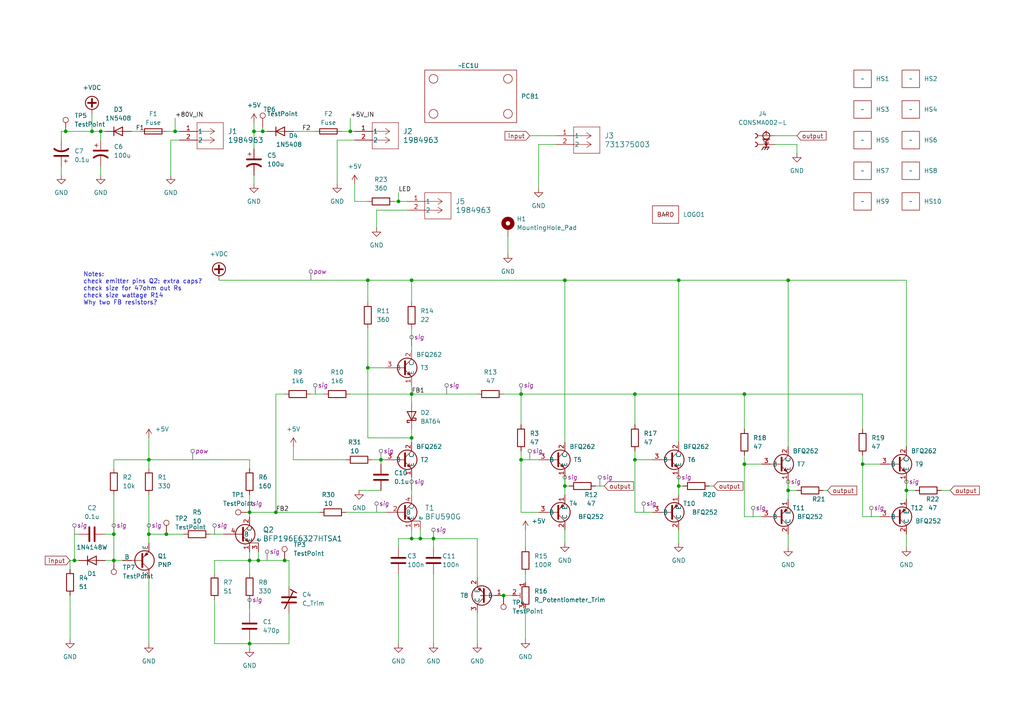
<source format=kicad_sch>
(kicad_sch (version 20230121) (generator eeschema)
  (paper "A4")
  (lib_symbols
    (symbol "1_my_custom_sym_library:PCB_Symbol"
      (property "Reference" "PCB" (at 0 0 0))
    )
    (symbol "Connector:TestPoint" (pin_numbers hide) (pin_names (offset 0.762) hide)
      (property "Reference" "TP" (at 0 6.858 0))
      (property "Value" "TestPoint" (at 0 5.08 0))
      (symbol "TestPoint_1_1"
        (pin passive line (at 0 0 90) (length 2.54) (name "1") (number "1"))
      )
    )
    (symbol "Device:C" (pin_numbers hide) (pin_names (offset 0.254))
      (property "Reference" "C" (at 0.635 2.54 0))
      (property "Value" "C" (at 0.635 -2.54 0))
      (symbol "C_1_1"
        (pin passive line (at 0 3.81 270) (length 2.794) (name "~") (number "1"))
        (pin passive line (at 0 -3.81 90) (length 2.794) (name "~") (number "2"))
      )
    )
    (symbol "Device:C_Polarized_US" (pin_numbers hide) (pin_names (offset 0.254) hide)
      (property "Reference" "C" (at 0.635 2.54 0))
      (property "Value" "C_Polarized_US" (at 0.635 -2.54 0))
      (symbol "C_Polarized_US_1_1"
        (pin passive line (at 0 3.81 270) (length 2.794) (name "~") (number "1"))
        (pin passive line (at 0 -3.81 90) (length 3.302) (name "~") (number "2"))
      )
    )
    (symbol "Device:C_Trim" (pin_numbers hide) (pin_names (offset 0.254) hide)
      (property "Reference" "C" (at 1.524 -2.032 0))
      (property "Value" "C_Trim" (at 3.048 -3.556 0))
      (symbol "C_Trim_1_1"
        (pin passive line (at 0 3.81 270) (length 3.048) (name "~") (number "1"))
        (pin passive line (at 0 -3.81 90) (length 3.048) (name "~") (number "2"))
      )
    )
    (symbol "Device:D_Schottky" (pin_numbers hide) (pin_names (offset 1.016) hide)
      (property "Reference" "D2" (at 0.9525 -2.54 90))
      (property "Value" "BAT64" (at -1.5875 -2.54 90))
      (symbol "D_Schottky_1_1"
        (pin passive line (at 3.81 0 180) (length 2.54) (name "A") (number "1"))
        (pin passive line (at -3.81 0 0) (length 2.54) (name "K") (number "3"))
      )
    )
    (symbol "Device:Fuse" (pin_numbers hide) (pin_names (offset 0))
      (property "Reference" "F" (at 2.032 0 90))
      (property "Value" "Fuse" (at -1.905 0 90))
      (symbol "Fuse_1_1"
        (pin passive line (at 0 3.81 270) (length 1.27) (name "~") (number "1"))
        (pin passive line (at 0 -3.81 90) (length 1.27) (name "~") (number "2"))
      )
    )
    (symbol "Device:R" (pin_numbers hide) (pin_names (offset 0))
      (property "Reference" "R" (at 2.032 0 90))
      (property "Value" "R" (at 0 0 90))
      (symbol "R_1_1"
        (pin passive line (at 0 3.81 270) (length 1.27) (name "~") (number "1"))
        (pin passive line (at 0 -3.81 90) (length 1.27) (name "~") (number "2"))
      )
    )
    (symbol "Device:R_Potentiometer_Trim" (pin_names (offset 1.016) hide)
      (property "Reference" "RV" (at -4.445 0 90))
      (property "Value" "R_Potentiometer_Trim" (at -2.54 0 90))
      (symbol "R_Potentiometer_Trim_1_1"
        (pin passive line (at 0 3.81 270) (length 1.27) (name "1") (number "1"))
        (pin passive line (at 3.81 0 180) (length 1.27) (name "2") (number "2"))
        (pin passive line (at 0 -3.81 90) (length 1.27) (name "3") (number "3"))
      )
    )
    (symbol "Diode:1N4148W" (pin_numbers hide) (pin_names hide)
      (property "Reference" "D" (at 0 2.54 0))
      (property "Value" "1N4148W" (at 0 -2.54 0))
      (symbol "1N4148W_1_1"
        (pin passive line (at -3.81 0 0) (length 2.54) (name "K") (number "1"))
        (pin passive line (at 3.81 0 180) (length 2.54) (name "A") (number "2"))
      )
    )
    (symbol "Diode:1N5408" (pin_numbers hide) (pin_names hide)
      (property "Reference" "D" (at 0 2.54 0))
      (property "Value" "1N5408" (at 0 -2.54 0))
      (symbol "1N5408_1_1"
        (pin passive line (at -3.81 0 0) (length 2.54) (name "K") (number "1"))
        (pin passive line (at 3.81 0 180) (length 2.54) (name "A") (number "2"))
      )
    )
    (symbol "Mechanical:MountingHole_Pad" (pin_numbers hide) (pin_names (offset 1.016) hide)
      (property "Reference" "H" (at 0 6.35 0))
      (property "Value" "MountingHole_Pad" (at 0 4.445 0))
      (symbol "MountingHole_Pad_1_1"
        (pin input line (at 0 -2.54 90) (length 2.54) (name "1") (number "1"))
      )
    )
    (symbol "New_Library:1984963" (pin_names (offset 0.254))
      (property "Reference" "J" (at 8.89 6.35 0))
      (property "Value" "1984963" (at 0 0 0))
      (symbol "1984963_0_1"
        (pin unspecified line (at 0 0 0) (length 5.08) (name "1") (number "1"))
        (pin unspecified line (at 0 -2.54 0) (length 5.08) (name "2") (number "2"))
      )
    )
    (symbol "New_Library:731375003" (pin_names (offset 0.254))
      (property "Reference" "J" (at 8.89 6.35 0))
      (property "Value" "731375003" (at 0 0 0))
      (symbol "731375003_1_1"
        (pin unspecified line (at 0 0 0) (length 5.08) (name "1") (number "1"))
        (pin unspecified line (at 0 -2.54 0) (length 5.08) (name "2") (number "2"))
      )
      (symbol "731375003_1_2"
        (pin unspecified line (at 0 0 0) (length 5.08) (name "1") (number "1"))
        (pin unspecified line (at 0 -2.54 0) (length 5.08) (name "2") (number "2"))
      )
    )
    (symbol "New_Library:ATS-PCB1025"
      (property "Reference" "HS" (at 0 0 0))
    )
    (symbol "New_Library:BARD_LOGO"
      (property "Reference" "LOGO" (at 0 0 0))
      (symbol "BARD_LOGO_1_1"
        (text "BARD\n" (at 0 0 0) (effects (font (size 1.27 1.27))))
      )
    )
    (symbol "New_Library:BFP196E6327HTSA1" (pin_names (offset 0.254))
      (property "Reference" "Q2" (at 5.08 1.27 0))
      (property "Value" "BFP196E6327HTSA1" (at 5.08 -1.27 0))
      (symbol "BFP196E6327HTSA1_1_1"
        (pin passive line (at 1.27 -5.08 90) (length 2.54) (name "E") (number "1"))
        (pin passive line (at 1.27 5.08 270) (length 2.54) (name "C") (number "2"))
        (pin passive line (at 3.81 -5.08 90) (length 2.54) (name "e") (number "3"))
        (pin input line (at -6.35 0 0) (length 5.715) (name "B") (number "4"))
      )
    )
    (symbol "New_Library:BFQ252"
      (property "Reference" "T" (at 0 0 0))
      (symbol "BFQ252_1_1"
        (pin open_emitter line (at 1.27 -5.08 90) (length 2.54) (name "E") (number "1"))
        (pin open_collector line (at 1.27 5.08 270) (length 2.54) (name "C") (number "2"))
        (pin input line (at -6.35 0 0) (length 2.54) (name "B") (number "3"))
      )
    )
    (symbol "New_Library:BFQ262"
      (property "Reference" "T" (at 0 0 0))
      (symbol "BFQ262_1_1"
        (pin open_emitter line (at 1.27 -5.08 90) (length 2.54) (name "E") (number "1"))
        (pin open_collector line (at 1.27 5.08 270) (length 2.54) (name "C") (number "2"))
        (pin input line (at -6.35 0 0) (length 2.54) (name "B") (number "3"))
      )
    )
    (symbol "New_Library:BFU590G" (pin_names (offset 0.254))
      (property "Reference" "Q" (at -8.89 8.89 0))
      (property "Value" "BFU590G" (at -7.62 5.08 0))
      (symbol "BFU590G_1_1"
        (pin passive line (at 1.27 -5.08 90) (length 2.54) (name "E") (number "1"))
        (pin input line (at -6.35 0 0) (length 5.715) (name "B") (number "2"))
        (pin passive line (at 3.81 -5.08 90) (length 2.54) (name "e") (number "3"))
        (pin passive line (at 1.27 5.08 270) (length 2.54) (name "C") (number "4"))
      )
    )
    (symbol "New_Library:CONSMA002-L" (pin_names (offset 1.016))
      (property "Reference" "J" (at -3.81 1.524 0))
      (property "Value" "CONSMA002-L" (at -4.064 -6.858 0))
      (symbol "CONSMA002-L_0_0"
        (pin passive line (at 2.54 0 180) (length 5.08) (name "~") (number "1"))
        (pin passive line (at 2.54 -2.54 180) (length 5.08) (name "~") (number "S1"))
      )
    )
    (symbol "New_Library:PMBT2907A"
      (property "Reference" "Q" (at 0 0 0))
      (symbol "PMBT2907A_1_1"
        (pin input line (at -6.35 0 0) (length 2.54) (name "B") (number "1"))
        (pin open_emitter line (at 1.27 -5.08 90) (length 2.54) (name "E") (number "2"))
        (pin open_collector line (at 1.27 5.08 270) (length 2.54) (name "C") (number "3"))
      )
    )
    (symbol "Simulation_SPICE:PNP" (pin_numbers hide) (pin_names (offset 0))
      (property "Reference" "Q" (at -2.54 7.62 0))
      (property "Value" "PNP" (at -2.54 5.08 0))
      (symbol "PNP_1_1"
        (pin open_collector line (at 2.54 5.08 270) (length 2.54) (name "C") (number "1"))
        (pin input line (at -5.08 0 0) (length 2.54) (name "B") (number "2"))
        (pin open_emitter line (at 2.54 -5.08 90) (length 2.54) (name "E") (number "3"))
      )
    )
    (symbol "power:+5V" (power) (pin_names (offset 0))
      (property "Value" "+5V" (at 0 3.556 0))
      (symbol "+5V_1_1"
        (pin power_in line (at 0 0 90) (length 0) hide (name "+5V") (number "1"))
      )
    )
    (symbol "power:+VDC" (power) (pin_names (offset 0))
      (property "Value" "+VDC" (at 0 6.35 0))
      (symbol "+VDC_1_1"
        (pin power_in line (at 0 0 90) (length 0) hide (name "+VDC") (number "1"))
      )
    )
    (symbol "power:GND" (power) (pin_names (offset 0))
      (property "Value" "GND" (at 0 -3.81 0))
      (symbol "GND_1_1"
        (pin power_in line (at 0 0 270) (length 0) hide (name "GND") (number "1"))
      )
    )
  )
  (junction (at 215.9 134.62))
  (junction (at 119.38 81.28))
  (junction (at 184.15 114.3))
  (junction (at 74.93 162.56))
  (junction (at 163.83 81.28))
  (junction (at 115.57 58.42))
  (junction (at 73.66 38.1))
  (junction (at 196.85 140.97))
  (junction (at 250.19 134.62))
  (junction (at 72.39 186.69))
  (junction (at 26.67 38.1))
  (junction (at 184.15 133.35))
  (junction (at 106.68 81.28))
  (junction (at 48.26 154.94))
  (junction (at 101.6 38.1))
  (junction (at 50.8 38.1))
  (junction (at 72.39 148.59))
  (junction (at 163.83 140.97))
  (junction (at 151.13 133.35))
  (junction (at 43.18 154.94))
  (junction (at 119.38 114.3))
  (junction (at 151.13 114.3))
  (junction (at 146.05 172.72))
  (junction (at 106.68 106.68))
  (junction (at 121.92 156.21))
  (junction (at 80.01 148.59))
  (junction (at 19.05 38.1))
  (junction (at 82.55 162.56))
  (junction (at 43.18 133.35))
  (junction (at 125.73 156.21))
  (junction (at 21.59 162.56))
  (junction (at 119.38 127))
  (junction (at 76.2 38.1))
  (junction (at 262.89 142.24))
  (junction (at 33.02 154.94))
  (junction (at 196.85 81.28))
  (junction (at 215.9 114.3))
  (junction (at 29.21 38.1))
  (junction (at 33.02 162.56))
  (junction (at 228.6 142.24))
  (junction (at 110.49 133.35))
  (junction (at 228.6 81.28))
  (junction (at 72.39 162.56))
  (junction (at 119.38 156.21))
  (wire (pts (xy 262.89 139.7) (xy 262.89 142.24)))
  (wire (pts (xy 106.68 106.68) (xy 111.76 106.68)))
  (wire (pts (xy 101.6 38.1) (xy 102.87 38.1)))
  (wire (pts (xy 90.17 114.3) (xy 93.98 114.3)))
  (wire (pts (xy 119.38 156.21) (xy 121.92 156.21)))
  (wire (pts (xy 72.39 148.59) (xy 80.01 148.59)))
  (wire (pts (xy 48.26 154.94) (xy 53.34 154.94)))
  (wire (pts (xy 262.89 142.24) (xy 262.89 144.78)))
  (wire (pts (xy 172.72 140.97) (xy 175.26 140.97)))
  (wire (pts (xy 17.78 38.1) (xy 19.05 38.1)))
  (wire (pts (xy 49.53 40.64) (xy 49.53 50.8)))
  (wire (pts (xy 119.38 138.43) (xy 119.38 143.51)))
  (wire (pts (xy 273.05 142.24) (xy 275.59 142.24)))
  (wire (pts (xy 119.38 111.76) (xy 119.38 114.3)))
  (wire (pts (xy 29.21 38.1) (xy 29.21 40.64)))
  (wire (pts (xy 125.73 156.21) (xy 138.43 156.21)))
  (wire (pts (xy 83.82 177.8) (xy 83.82 186.69)))
  (wire (pts (xy 250.19 134.62) (xy 250.19 149.86)))
  (wire (pts (xy 107.95 133.35) (xy 110.49 133.35)))
  (wire (pts (xy 250.19 134.62) (xy 255.27 134.62)))
  (wire (pts (xy 20.32 162.56) (xy 21.59 162.56)))
  (wire (pts (xy 146.05 114.3) (xy 151.13 114.3)))
  (wire (pts (xy 80.01 114.3) (xy 80.01 148.59)))
  (wire (pts (xy 119.38 114.3) (xy 119.38 116.84)))
  (wire (pts (xy 119.38 95.25) (xy 119.38 101.6)))
  (wire (pts (xy 82.55 114.3) (xy 80.01 114.3)))
  (wire (pts (xy 109.22 60.96) (xy 109.22 66.04)))
  (wire (pts (xy 196.85 81.28) (xy 196.85 128.27)))
  (wire (pts (xy 30.48 162.56) (xy 33.02 162.56)))
  (wire (pts (xy 109.22 60.96) (xy 118.11 60.96)))
  (wire (pts (xy 60.96 154.94) (xy 64.77 154.94)))
  (wire (pts (xy 184.15 114.3) (xy 215.9 114.3)))
  (wire (pts (xy 106.68 95.25) (xy 106.68 106.68)))
  (wire (pts (xy 215.9 149.86) (xy 220.98 149.86)))
  (wire (pts (xy 196.85 140.97) (xy 196.85 143.51)))
  (wire (pts (xy 74.93 160.02) (xy 74.93 162.56)))
  (wire (pts (xy 262.89 81.28) (xy 262.89 129.54)))
  (wire (pts (xy 196.85 81.28) (xy 228.6 81.28)))
  (wire (pts (xy 101.6 34.29) (xy 101.6 38.1)))
  (wire (pts (xy 184.15 130.81) (xy 184.15 133.35)))
  (wire (pts (xy 97.79 40.64) (xy 97.79 53.34)))
  (wire (pts (xy 106.68 127) (xy 119.38 127)))
  (wire (pts (xy 17.78 48.26) (xy 17.78 50.8)))
  (wire (pts (xy 125.73 166.37) (xy 125.73 186.69)))
  (wire (pts (xy 121.92 153.67) (xy 121.92 156.21)))
  (wire (pts (xy 19.05 38.1) (xy 26.67 38.1)))
  (wire (pts (xy 228.6 139.7) (xy 228.6 142.24)))
  (wire (pts (xy 151.13 133.35) (xy 151.13 148.59)))
  (wire (pts (xy 215.9 134.62) (xy 215.9 149.86)))
  (wire (pts (xy 119.38 156.21) (xy 115.57 156.21)))
  (wire (pts (xy 152.4 166.37) (xy 152.4 168.91)))
  (wire (pts (xy 43.18 167.64) (xy 43.18 186.69)))
  (wire (pts (xy 50.8 34.29) (xy 50.8 38.1)))
  (wire (pts (xy 72.39 160.02) (xy 72.39 162.56)))
  (wire (pts (xy 152.4 176.53) (xy 152.4 185.42)))
  (wire (pts (xy 196.85 138.43) (xy 196.85 140.97)))
  (wire (pts (xy 106.68 106.68) (xy 106.68 127)))
  (wire (pts (xy 30.48 154.94) (xy 33.02 154.94)))
  (wire (pts (xy 62.23 186.69) (xy 62.23 173.99)))
  (wire (pts (xy 85.09 38.1) (xy 91.44 38.1)))
  (wire (pts (xy 72.39 173.99) (xy 72.39 177.8)))
  (wire (pts (xy 20.32 165.1) (xy 20.32 162.56)))
  (wire (pts (xy 119.38 114.3) (xy 138.43 114.3)))
  (wire (pts (xy 43.18 143.51) (xy 43.18 154.94)))
  (wire (pts (xy 83.82 186.69) (xy 72.39 186.69)))
  (wire (pts (xy 62.23 162.56) (xy 72.39 162.56)))
  (wire (pts (xy 215.9 134.62) (xy 220.98 134.62)))
  (wire (pts (xy 83.82 162.56) (xy 83.82 170.18)))
  (wire (pts (xy 228.6 81.28) (xy 262.89 81.28)))
  (wire (pts (xy 43.18 154.94) (xy 43.18 157.48)))
  (wire (pts (xy 72.39 148.59) (xy 72.39 149.86)))
  (wire (pts (xy 163.83 138.43) (xy 163.83 140.97)))
  (wire (pts (xy 228.6 81.28) (xy 228.6 129.54)))
  (wire (pts (xy 102.87 53.34) (xy 102.87 58.42)))
  (wire (pts (xy 26.67 38.1) (xy 29.21 38.1)))
  (wire (pts (xy 121.92 156.21) (xy 125.73 156.21)))
  (wire (pts (xy 104.14 142.24) (xy 110.49 142.24)))
  (wire (pts (xy 250.19 149.86) (xy 255.27 149.86)))
  (wire (pts (xy 76.2 36.83) (xy 76.2 38.1)))
  (wire (pts (xy 82.55 162.56) (xy 83.82 162.56)))
  (wire (pts (xy 262.89 142.24) (xy 265.43 142.24)))
  (wire (pts (xy 147.32 68.58) (xy 147.32 73.66)))
  (wire (pts (xy 110.49 133.35) (xy 111.76 133.35)))
  (wire (pts (xy 250.19 114.3) (xy 250.19 124.46)))
  (wire (pts (xy 73.66 38.1) (xy 76.2 38.1)))
  (wire (pts (xy 151.13 133.35) (xy 156.21 133.35)))
  (wire (pts (xy 231.14 41.91) (xy 231.14 44.45)))
  (wire (pts (xy 62.23 166.37) (xy 62.23 162.56)))
  (wire (pts (xy 115.57 156.21) (xy 115.57 158.75)))
  (wire (pts (xy 119.38 124.46) (xy 119.38 127)))
  (wire (pts (xy 163.83 140.97) (xy 165.1 140.97)))
  (wire (pts (xy 184.15 114.3) (xy 184.15 123.19)))
  (wire (pts (xy 100.33 148.59) (xy 111.76 148.59)))
  (wire (pts (xy 115.57 166.37) (xy 115.57 186.69)))
  (wire (pts (xy 151.13 114.3) (xy 184.15 114.3)))
  (wire (pts (xy 72.39 133.35) (xy 72.39 135.89)))
  (wire (pts (xy 101.6 114.3) (xy 119.38 114.3)))
  (wire (pts (xy 48.26 38.1) (xy 50.8 38.1)))
  (wire (pts (xy 20.32 172.72) (xy 20.32 185.42)))
  (wire (pts (xy 102.87 58.42) (xy 106.68 58.42)))
  (wire (pts (xy 85.09 133.35) (xy 100.33 133.35)))
  (wire (pts (xy 228.6 142.24) (xy 231.14 142.24)))
  (wire (pts (xy 72.39 186.69) (xy 62.23 186.69)))
  (wire (pts (xy 119.38 153.67) (xy 119.38 156.21)))
  (wire (pts (xy 110.49 133.35) (xy 110.49 134.62)))
  (wire (pts (xy 215.9 114.3) (xy 250.19 114.3)))
  (wire (pts (xy 250.19 132.08) (xy 250.19 134.62)))
  (wire (pts (xy 29.21 48.26) (xy 29.21 50.8)))
  (wire (pts (xy 26.67 33.02) (xy 26.67 38.1)))
  (wire (pts (xy 17.78 38.1) (xy 17.78 40.64)))
  (wire (pts (xy 224.79 41.91) (xy 231.14 41.91)))
  (wire (pts (xy 184.15 133.35) (xy 184.15 148.59)))
  (wire (pts (xy 102.87 40.64) (xy 97.79 40.64)))
  (wire (pts (xy 119.38 81.28) (xy 119.38 87.63)))
  (wire (pts (xy 72.39 185.42) (xy 72.39 186.69)))
  (wire (pts (xy 73.66 38.1) (xy 73.66 43.18)))
  (wire (pts (xy 80.01 148.59) (xy 92.71 148.59)))
  (wire (pts (xy 63.5 81.28) (xy 106.68 81.28)))
  (wire (pts (xy 125.73 158.75) (xy 125.73 156.21)))
  (wire (pts (xy 72.39 162.56) (xy 74.93 162.56)))
  (wire (pts (xy 151.13 114.3) (xy 151.13 123.19)))
  (wire (pts (xy 72.39 186.69) (xy 72.39 187.96)))
  (wire (pts (xy 205.74 140.97) (xy 207.01 140.97)))
  (wire (pts (xy 33.02 135.89) (xy 33.02 133.35)))
  (wire (pts (xy 151.13 130.81) (xy 151.13 133.35)))
  (wire (pts (xy 163.83 140.97) (xy 163.83 143.51)))
  (wire (pts (xy 106.68 81.28) (xy 106.68 87.63)))
  (wire (pts (xy 156.21 41.91) (xy 156.21 54.61)))
  (wire (pts (xy 38.1 38.1) (xy 40.64 38.1)))
  (wire (pts (xy 163.83 81.28) (xy 196.85 81.28)))
  (wire (pts (xy 29.21 38.1) (xy 30.48 38.1)))
  (wire (pts (xy 114.3 58.42) (xy 115.57 58.42)))
  (wire (pts (xy 215.9 114.3) (xy 215.9 124.46)))
  (wire (pts (xy 43.18 127) (xy 43.18 133.35)))
  (wire (pts (xy 161.29 41.91) (xy 156.21 41.91)))
  (wire (pts (xy 33.02 162.56) (xy 35.56 162.56)))
  (wire (pts (xy 163.83 153.67) (xy 163.83 157.48)))
  (wire (pts (xy 33.02 133.35) (xy 43.18 133.35)))
  (wire (pts (xy 196.85 153.67) (xy 196.85 157.48)))
  (wire (pts (xy 50.8 38.1) (xy 52.07 38.1)))
  (wire (pts (xy 228.6 142.24) (xy 228.6 144.78)))
  (wire (pts (xy 151.13 148.59) (xy 156.21 148.59)))
  (wire (pts (xy 74.93 162.56) (xy 82.55 162.56)))
  (wire (pts (xy 224.79 39.37) (xy 231.14 39.37)))
  (wire (pts (xy 138.43 156.21) (xy 138.43 167.64)))
  (wire (pts (xy 33.02 154.94) (xy 33.02 162.56)))
  (wire (pts (xy 49.53 40.64) (xy 52.07 40.64)))
  (wire (pts (xy 184.15 148.59) (xy 189.23 148.59)))
  (wire (pts (xy 152.4 153.67) (xy 152.4 158.75)))
  (wire (pts (xy 85.09 129.54) (xy 85.09 133.35)))
  (wire (pts (xy 119.38 127) (xy 119.38 128.27)))
  (wire (pts (xy 119.38 81.28) (xy 163.83 81.28)))
  (wire (pts (xy 238.76 142.24) (xy 240.03 142.24)))
  (wire (pts (xy 33.02 143.51) (xy 33.02 154.94)))
  (wire (pts (xy 72.39 143.51) (xy 72.39 148.59)))
  (wire (pts (xy 22.86 154.94) (xy 21.59 154.94)))
  (wire (pts (xy 72.39 162.56) (xy 72.39 166.37)))
  (wire (pts (xy 215.9 132.08) (xy 215.9 134.62)))
  (wire (pts (xy 153.67 39.37) (xy 161.29 39.37)))
  (wire (pts (xy 43.18 133.35) (xy 43.18 135.89)))
  (wire (pts (xy 76.2 38.1) (xy 77.47 38.1)))
  (wire (pts (xy 99.06 38.1) (xy 101.6 38.1)))
  (wire (pts (xy 115.57 58.42) (xy 118.11 58.42)))
  (wire (pts (xy 262.89 154.94) (xy 262.89 158.75)))
  (wire (pts (xy 21.59 162.56) (xy 22.86 162.56)))
  (wire (pts (xy 43.18 133.35) (xy 72.39 133.35)))
  (wire (pts (xy 73.66 35.56) (xy 73.66 38.1)))
  (wire (pts (xy 115.57 55.88) (xy 115.57 58.42)))
  (wire (pts (xy 184.15 133.35) (xy 189.23 133.35)))
  (wire (pts (xy 138.43 177.8) (xy 138.43 186.69)))
  (wire (pts (xy 196.85 140.97) (xy 198.12 140.97)))
  (wire (pts (xy 43.18 154.94) (xy 48.26 154.94)))
  (wire (pts (xy 146.05 172.72) (xy 148.59 172.72)))
  (wire (pts (xy 228.6 154.94) (xy 228.6 158.75)))
  (wire (pts (xy 163.83 81.28) (xy 163.83 128.27)))
  (wire (pts (xy 106.68 81.28) (xy 119.38 81.28)))
  (wire (pts (xy 73.66 50.8) (xy 73.66 53.34)))
  (wire (pts (xy 21.59 154.94) (xy 21.59 162.56)))
  (text "Notes:\ncheck emitter pins Q2: extra caps?\ncheck size for 47ohm out Rs\ncheck size wattage R14\nWhy two FB resistors?\n\n\n" (at 24.13 92.71 0) (effects (font (size 1.27 1.27)) (justify left bottom)))
  (label "F1" (at 39.37 38.1 0))
  (label "F2" (at 87.63 38.1 0))
  (label "FB1" (at 119.38 114.3 0))
  (label "LED" (at 115.57 55.88 0))
  (label "FB2" (at 80.01 148.59 0))
  (label "+5V_IN" (at 101.6 34.29 0))
  (label "+80V_IN" (at 50.8 34.29 0))
  (global_label "output" (shape input) (at 275.59 142.24 0) (property "Intersheetrefs" "${INTERSHEET_REFS}" (effects hide)))
  (global_label "output" (shape input) (at 207.01 140.97 0) (property "Intersheetrefs" "${INTERSHEET_REFS}" (effects hide)))
  (global_label "input" (shape input) (at 20.32 162.56 180) (property "Intersheetrefs" "${INTERSHEET_REFS}" (effects hide)))
  (global_label "output" (shape input) (at 175.26 140.97 0) (property "Intersheetrefs" "${INTERSHEET_REFS}" (effects hide)))
  (global_label "output" (shape input) (at 231.14 39.37 0) (property "Intersheetrefs" "${INTERSHEET_REFS}" (effects hide)))
  (global_label "output" (shape input) (at 240.03 142.24 0) (property "Intersheetrefs" "${INTERSHEET_REFS}" (effects hide)))
  (global_label "input" (shape input) (at 153.67 39.37 180) (property "Intersheetrefs" "${INTERSHEET_REFS}" (effects hide)))
  (netclass_flag "" (length 2.54) (shape round) (at 72.39 176.53 0) (property "Netclass" "sig" (at 73.0885 173.99 0) (effects (font italic) (justify left))))
  (netclass_flag "" (length 2.54) (shape round) (at 252.73 149.86 0) (property "Netclass" "sig" (at 253.4285 147.32 0) (effects (font italic) (justify left))))
  (netclass_flag "" (length 2.54) (shape round) (at 119.38 100.33 0) (property "Netclass" "sig" (at 120.0785 97.79 0) (effects (font italic) (justify left))))
  (netclass_flag "" (length 2.54) (shape round) (at 228.6 142.24 0) (property "Netclass" "sig" (at 229.2985 139.7 0) (effects (font italic) (justify left))))
  (netclass_flag "" (length 2.54) (shape round) (at 163.83 140.97 0) (property "Netclass" "sig" (at 164.5285 138.43 0) (effects (font italic) (justify left))))
  (netclass_flag "" (length 2.54) (shape round) (at 91.44 114.3 0) (property "Netclass" "sig" (at 92.1385 111.76 0) (effects (font italic) (justify left))))
  (netclass_flag "" (length 2.54) (shape round) (at 262.89 142.24 0) (property "Netclass" "sig" (at 263.5885 139.7 0) (effects (font italic) (justify left))))
  (netclass_flag "" (length 2.54) (shape round) (at 125.73 156.21 0) (property "Netclass" "sig" (at 126.4285 153.67 0) (effects (font italic) (justify left))))
  (netclass_flag "" (length 2.54) (shape round) (at 33.02 154.94 0) (property "Netclass" "sig" (at 33.7185 152.4 0) (effects (font italic) (justify left))))
  (netclass_flag "" (length 2.54) (shape round) (at 21.59 154.94 0) (property "Netclass" "sig" (at 22.2885 152.4 0) (effects (font italic) (justify left))))
  (netclass_flag "" (length 2.54) (shape round) (at 196.85 140.97 0) (property "Netclass" "sig" (at 197.5485 138.43 0) (effects (font italic) (justify left))))
  (netclass_flag "" (length 2.54) (shape round) (at 90.17 81.28 0) (property "Netclass" "pow" (at 90.8685 78.74 0) (effects (font italic) (justify left))))
  (netclass_flag "" (length 2.54) (shape round) (at 129.54 114.3 0) (property "Netclass" "sig" (at 130.2385 111.76 0) (effects (font italic) (justify left))))
  (netclass_flag "" (length 2.54) (shape round) (at 77.47 162.56 0) (property "Netclass" "sig" (at 78.1685 160.02 0) (effects (font italic) (justify left))))
  (netclass_flag "" (length 2.54) (shape round) (at 153.67 133.35 0) (property "Netclass" "sig" (at 154.3685 130.81 0) (effects (font italic) (justify left))))
  (netclass_flag "" (length 2.54) (shape round) (at 55.88 133.35 0) (property "Netclass" "pow" (at 56.5785 130.81 0) (effects (font italic) (justify left))))
  (netclass_flag "" (length 2.54) (shape round) (at 110.49 133.35 0) (property "Netclass" "sig" (at 111.1885 130.81 0) (effects (font italic) (justify left))))
  (netclass_flag "" (length 2.54) (shape round) (at 62.23 154.94 0) (property "Netclass" "sig" (at 62.9285 152.4 0) (effects (font italic) (justify left))))
  (netclass_flag "" (length 2.54) (shape round) (at 109.22 148.59 0) (property "Netclass" "sig" (at 109.9185 146.05 0) (effects (font italic) (justify left))))
  (netclass_flag "" (length 2.54) (shape round) (at 72.39 148.59 0) (property "Netclass" "sig" (at 73.0885 146.05 0) (effects (font italic) (justify left))))
  (netclass_flag "" (length 2.54) (shape round) (at 119.38 142.24 0) (property "Netclass" "sig" (at 120.0785 139.7 0) (effects (font italic) (justify left))))
  (netclass_flag "" (length 2.54) (shape round) (at 151.13 114.3 0) (property "Netclass" "sig" (at 151.8285 111.76 0) (effects (font italic) (justify left))))
  (netclass_flag "" (length 2.54) (shape round) (at 173.99 140.97 0) (property "Netclass" "sig" (at 174.6885 138.43 0) (effects (font italic) (justify left))))
  (netclass_flag "" (length 2.54) (shape round) (at 218.44 149.86 0) (property "Netclass" "sig" (at 219.1385 147.32 0) (effects (font italic) (justify left))))
  (netclass_flag "" (length 2.54) (shape round) (at 186.69 148.59 0) (property "Netclass" "sig" (at 187.3885 146.05 0) (effects (font italic) (justify left))))
  (netclass_flag "" (length 2.54) (shape round) (at 43.18 154.94 0) (property "Netclass" "sig" (at 43.8785 152.4 0) (effects (font italic) (justify left))))
  (symbol (lib_id "Device:C_Polarized_US") (at 17.78 44.45 180) (unit 1)
    (property "Reference" "C7" (at 21.59 43.815 0) (effects (justify right)))
    (property "Value" "0.1u" (at 21.59 46.355 0) (effects (justify right)))
    (property "Footprint" "Capacitor_SMD:C_1206_3216Metric_Pad1.33x1.80mm_HandSolder" (effects hide))
  )
  (symbol (lib_id "power:GND") (at 152.4 185.42 0) (unit 1)
    (property "Reference" "#PWR08" (effects hide))
    (property "Value" "GND" (at 152.4 190.5 0))
  )
  (symbol (lib_id "power:GND") (at 163.83 157.48 0) (unit 1)
    (property "Reference" "#PWR013" (effects hide))
    (property "Value" "GND" (at 163.83 162.56 0))
  )
  (symbol (lib_id "power:+5V") (at 102.87 53.34 0) (unit 1)
    (property "Reference" "#PWR027" (effects hide))
    (property "Value" "+5V" (at 102.87 48.26 0))
  )
  (symbol (lib_id "power:GND") (at 228.6 158.75 0) (unit 1)
    (property "Reference" "#PWR015" (effects hide))
    (property "Value" "GND" (at 228.6 163.83 0))
  )
  (symbol (lib_id "power:GND") (at 147.32 73.66 0) (unit 1)
    (property "Reference" "#PWR028" (effects hide))
    (property "Value" "GND" (at 147.32 78.74 0))
  )
  (symbol (lib_id "Device:R") (at 33.02 139.7 0) (unit 1)
    (property "Reference" "R2" (at 35.56 138.43 0) (effects (justify left)))
    (property "Value" "10k" (at 35.56 140.97 0) (effects (justify left)))
    (property "Footprint" "Resistor_SMD:R_0805_2012Metric_Pad1.20x1.40mm_HandSolder" (effects hide))
  )
  (symbol (lib_id "power:GND") (at 109.22 66.04 0) (unit 1)
    (property "Reference" "#PWR026" (effects hide))
    (property "Value" "GND" (at 109.22 71.12 0))
  )
  (symbol (lib_id "power:GND") (at 20.32 185.42 0) (unit 1)
    (property "Reference" "#PWR02" (effects hide))
    (property "Value" "GND" (at 20.32 190.5 0))
  )
  (symbol (lib_id "power:GND") (at 196.85 157.48 0) (unit 1)
    (property "Reference" "#PWR014" (effects hide))
    (property "Value" "GND" (at 196.85 162.56 0))
  )
  (symbol (lib_id "Connector:TestPoint") (at 76.2 36.83 0) (mirror y) (unit 1)
    (property "Reference" "TP6" (at 80.01 31.75 0) (effects (justify left)))
    (property "Value" "TestPoint" (at 86.36 33.02 0) (effects (justify left)))
    (property "Footprint" "TestPoint:TestPoint_Pad_D1.0mm" (effects hide))
  )
  (symbol (lib_id "Device:R") (at 57.15 154.94 90) (unit 1)
    (property "Reference" "R5" (at 57.15 148.59 90))
    (property "Value" "10" (at 57.15 151.13 90))
    (property "Footprint" "Resistor_SMD:R_0805_2012Metric_Pad1.20x1.40mm_HandSolder" (effects hide))
  )
  (symbol (lib_id "Device:R") (at 96.52 148.59 270) (unit 1)
    (property "Reference" "R30" (at 95.25 143.51 90))
    (property "Value" "10" (at 95.25 146.05 90))
    (property "Footprint" "Resistor_SMD:R_0805_2012Metric_Pad1.20x1.40mm_HandSolder" (effects hide))
  )
  (symbol (lib_id "Device:R") (at 152.4 162.56 0) (unit 1)
    (property "Reference" "R15" (at 154.94 161.29 0) (effects (justify left)))
    (property "Value" "100R" (at 154.94 163.83 0) (effects (justify left)))
    (property "Footprint" "Resistor_SMD:R_0805_2012Metric_Pad1.20x1.40mm_HandSolder" (effects hide))
  )
  (symbol (lib_id "Device:R") (at 215.9 128.27 0) (unit 1)
    (property "Reference" "R18" (at 218.44 127 0) (effects (justify left)))
    (property "Value" "47" (at 218.44 129.54 0) (effects (justify left)))
    (property "Footprint" "Resistor_SMD:R_0805_2012Metric_Pad1.20x1.40mm_HandSolder" (effects hide))
  )
  (symbol (lib_id "power:GND") (at 29.21 50.8 0) (unit 1)
    (property "Reference" "#PWR020" (effects hide))
    (property "Value" "GND" (at 29.21 55.88 0))
  )
  (symbol (lib_id "Connector:TestPoint") (at 146.05 172.72 180) (unit 1)
    (property "Reference" "TP4" (at 148.59 174.752 0) (effects (justify right)))
    (property "Value" "TestPoint" (at 148.59 177.292 0) (effects (justify right)))
    (property "Footprint" "TestPoint:TestPoint_Pad_D1.0mm" (effects hide))
  )
  (symbol (lib_id "Device:C") (at 110.49 138.43 0) (unit 1)
    (property "Reference" "C10" (at 114.3 137.16 0) (effects (justify left)))
    (property "Value" "0.1u" (at 114.3 139.7 0) (effects (justify left)))
    (property "Footprint" "Capacitor_SMD:C_0805_2012Metric_Pad1.18x1.45mm_HandSolder" (effects hide))
  )
  (symbol (lib_id "New_Library:ATS-PCB1025") (at 264.16 22.86 0) (unit 1)
    (property "Reference" "HS2" (at 267.97 22.86 0) (effects (justify left)))
    (property "Value" "~" (at 264.16 22.86 0))
    (property "Footprint" "Library:ATS_PCB1025" (effects hide))
  )
  (symbol (lib_id "power:GND") (at 231.14 44.45 0) (unit 1)
    (property "Reference" "#PWR024" (effects hide))
    (property "Value" "GND" (at 231.14 49.53 0))
  )
  (symbol (lib_id "Connector:TestPoint") (at 72.39 148.59 90) (unit 1)
    (property "Reference" "TP1" (at 69.088 143.51 90))
    (property "Value" "TestPoint" (at 69.088 146.05 90))
    (property "Footprint" "TestPoint:TestPoint_Pad_D1.0mm" (effects hide))
  )
  (symbol (lib_id "Device:D_Schottky") (at 119.38 120.65 90) (unit 1)
    (property "Reference" "D2" (at 121.92 119.6975 90) (effects (justify right)))
    (property "Value" "BAT64" (at 121.92 122.2375 90) (effects (justify right)))
    (property "Footprint" "Library:SOT-23_ONS" (effects hide))
  )
  (symbol (lib_id "power:GND") (at 104.14 142.24 0) (unit 1)
    (property "Reference" "#PWR07" (effects hide))
    (property "Value" "GND" (at 104.14 147.32 0))
  )
  (symbol (lib_id "Device:C_Trim") (at 83.82 173.99 0) (unit 1)
    (property "Reference" "C4" (at 87.63 172.466 0) (effects (justify left)))
    (property "Value" "C_Trim" (at 87.63 175.006 0) (effects (justify left)))
    (property "Footprint" "Library:PPZC80003" (effects hide))
  )
  (symbol (lib_id "power:+5V") (at 43.18 127 0) (unit 1)
    (property "Reference" "#PWR03" (effects hide))
    (property "Value" "+5V" (at 46.99 124.46 0))
  )
  (symbol (lib_id "New_Library:1984963") (at 118.11 58.42 0) (unit 1)
    (property "Reference" "J5" (at 132.08 58.42 0) (effects (font (size 1.524 1.524)) (justify left)))
    (property "Value" "1984963" (at 132.08 60.96 0) (effects (font (size 1.524 1.524)) (justify left)))
    (property "Footprint" "CONN_1984963" (effects hide))
    (property "Datasheet" "1984963" (effects hide))
  )
  (symbol (lib_id "New_Library:BFQ262") (at 118.11 106.68 0) (unit 1)
    (property "Reference" "T3" (at 121.92 106.68 0) (effects (justify left)))
    (property "Value" "BFQ262" (at 124.46 102.87 0))
    (property "Footprint" "Library:TO126AV" (effects hide))
  )
  (symbol (lib_id "Device:R_Potentiometer_Trim") (at 152.4 172.72 0) (mirror y) (unit 1)
    (property "Reference" "R16" (at 154.94 171.45 0) (effects (justify right)))
    (property "Value" "R_Potentiometer_Trim" (at 154.94 173.99 0) (effects (justify right)))
    (property "Footprint" "Library:POT_3296W" (effects hide))
  )
  (symbol (lib_id "Device:R") (at 234.95 142.24 270) (unit 1)
    (property "Reference" "R21" (at 237.49 144.78 90))
    (property "Value" "47" (effects hide))
    (property "Footprint" "Library:RES_ALSR05_VIS" (effects hide))
  )
  (symbol (lib_id "Device:R") (at 106.68 91.44 0) (unit 1)
    (property "Reference" "R11" (at 109.22 90.17 0) (effects (justify left)))
    (property "Value" "360" (at 109.22 92.71 0) (effects (justify left)))
    (property "Footprint" "Library:PWWR0016" (effects hide))
  )
  (symbol (lib_id "power:+VDC") (at 26.67 33.02 0) (unit 1)
    (property "Reference" "#PWR018" (effects hide))
    (property "Value" "+VDC" (at 26.67 25.4 0))
  )
  (symbol (lib_id "New_Library:BFQ262") (at 227.33 134.62 0) (unit 1)
    (property "Reference" "T7" (at 231.14 134.62 0) (effects (justify left)))
    (property "Value" "BFQ262" (at 233.68 130.81 0))
    (property "Footprint" "Library:TO126AV" (effects hide))
  )
  (symbol (lib_id "power:GND") (at 73.66 53.34 0) (unit 1)
    (property "Reference" "#PWR04" (effects hide))
    (property "Value" "GND" (at 73.66 58.42 0))
  )
  (symbol (lib_id "Device:R") (at 20.32 168.91 0) (unit 1)
    (property "Reference" "R4" (at 22.86 167.64 0) (effects (justify left)))
    (property "Value" "51" (at 22.86 170.18 0) (effects (justify left)))
    (property "Footprint" "Resistor_SMD:R_0805_2012Metric_Pad1.20x1.40mm_HandSolder" (effects hide))
  )
  (symbol (lib_id "Device:R") (at 72.39 139.7 0) (unit 1)
    (property "Reference" "R6" (at 74.93 138.43 0) (effects (justify left)))
    (property "Value" "160" (at 74.93 140.97 0) (effects (justify left)))
    (property "Footprint" "Resistor_SMD:R_0805_2012Metric_Pad1.20x1.40mm_HandSolder" (effects hide))
  )
  (symbol (lib_id "1_my_custom_sym_library:PCB_Symbol") (at 135.89 27.94 0) (unit 1)
    (property "Reference" "PCB1" (at 151.13 27.94 0) (effects (justify left)))
    (property "Value" "~EC1U" (at 135.89 19.05 0))
    (property "Footprint" "Library:PCB_EC1U" (effects hide))
  )
  (symbol (lib_id "New_Library:BFQ252") (at 227.33 149.86 0) (mirror x) (unit 1)
    (property "Reference" "T11" (at 229.87 147.32 0) (effects (justify left)))
    (property "Value" "BFQ252" (at 234.95 149.86 0))
    (property "Footprint" "Library:TO126AV" (effects hide))
  )
  (symbol (lib_id "Connector:TestPoint") (at 33.02 162.56 180) (unit 1)
    (property "Reference" "TP7" (at 35.56 164.592 0) (effects (justify right)))
    (property "Value" "TestPoint" (at 35.56 167.132 0) (effects (justify right)))
    (property "Footprint" "TestPoint:TestPoint_Pad_D1.0mm" (effects hide))
  )
  (symbol (lib_id "New_Library:ATS-PCB1025") (at 264.16 40.64 0) (unit 1)
    (property "Reference" "HS6" (at 267.97 40.64 0) (effects (justify left)))
    (property "Value" "~" (at 264.16 40.64 0))
    (property "Footprint" "Library:ATS_PCB1025" (effects hide))
  )
  (symbol (lib_id "Connector:TestPoint") (at 48.26 154.94 0) (unit 1)
    (property "Reference" "TP2" (at 50.8 150.368 0) (effects (justify left)))
    (property "Value" "TestPoint" (at 50.8 152.908 0) (effects (justify left)))
    (property "Footprint" "TestPoint:TestPoint_Pad_D1.0mm" (effects hide))
  )
  (symbol (lib_id "power:GND") (at 72.39 187.96 0) (unit 1)
    (property "Reference" "#PWR05" (effects hide))
    (property "Value" "GND" (at 72.39 193.04 0))
  )
  (symbol (lib_id "Device:C") (at 125.73 162.56 0) (unit 1)
    (property "Reference" "C11" (at 128.27 161.29 0) (effects (justify left)))
    (property "Value" "100n" (at 128.27 163.83 0) (effects (justify left)))
    (property "Footprint" "Capacitor_SMD:C_0805_2012Metric_Pad1.18x1.45mm_HandSolder" (effects hide))
  )
  (symbol (lib_id "power:GND") (at 49.53 50.8 0) (unit 1)
    (property "Reference" "#PWR022" (effects hide))
    (property "Value" "GND" (at 49.53 55.88 0))
  )
  (symbol (lib_id "Device:R") (at 250.19 128.27 0) (unit 1)
    (property "Reference" "R19" (at 252.73 127 0) (effects (justify left)))
    (property "Value" "47" (at 252.73 129.54 0) (effects (justify left)))
    (property "Footprint" "Resistor_SMD:R_0805_2012Metric_Pad1.20x1.40mm_HandSolder" (effects hide))
  )
  (symbol (lib_id "Diode:1N5408") (at 34.29 38.1 0) (unit 1)
    (property "Reference" "D3" (at 34.29 31.75 0))
    (property "Value" "1N5408" (at 34.29 34.29 0))
    (property "Footprint" "Diode_THT:D_DO-201AD_P15.24mm_Horizontal" (effects hide))
    (property "Datasheet" "http://www.vishay.com/docs/88516/1n5400.pdf" (effects hide))
    (property "Sim.Device" "D" (effects hide))
    (property "Sim.Pins" "1=K 2=A" (effects hide))
  )
  (symbol (lib_id "power:GND") (at 156.21 54.61 0) (unit 1)
    (property "Reference" "#PWR025" (effects hide))
    (property "Value" "GND" (at 156.21 59.69 0))
  )
  (symbol (lib_id "power:+5V") (at 85.09 129.54 0) (unit 1)
    (property "Reference" "#PWR06" (effects hide))
    (property "Value" "+5V" (at 85.09 124.46 0))
  )
  (symbol (lib_id "Device:R") (at 119.38 91.44 0) (unit 1)
    (property "Reference" "R14" (at 121.92 90.17 0) (effects (justify left)))
    (property "Value" "22" (at 121.92 92.71 0) (effects (justify left)))
    (property "Footprint" "Resistor_SMD:R_0805_2012Metric_Pad1.20x1.40mm_HandSolder" (effects hide))
  )
  (symbol (lib_id "power:GND") (at 97.79 53.34 0) (unit 1)
    (property "Reference" "#PWR023" (effects hide))
    (property "Value" "GND" (at 97.79 58.42 0))
  )
  (symbol (lib_id "New_Library:BFU590G") (at 118.11 148.59 0) (unit 1)
    (property "Reference" "T1" (at 123.19 147.32 0) (effects (font (size 1.524 1.524)) (justify left)))
    (property "Value" "BFU590G" (at 123.19 149.86 0) (effects (font (size 1.524 1.524)) (justify left)))
    (property "Footprint" "Package_TO_SOT_SMD:SOT-223" (effects hide))
  )
  (symbol (lib_id "New_Library:1984963") (at 52.07 38.1 0) (unit 1)
    (property "Reference" "J1" (at 66.04 38.1 0) (effects (font (size 1.524 1.524)) (justify left)))
    (property "Value" "1984963" (at 66.04 40.64 0) (effects (font (size 1.524 1.524)) (justify left)))
    (property "Footprint" "CONN_1984963" (effects hide))
    (property "Datasheet" "1984963" (effects hide))
  )
  (symbol (lib_id "power:GND") (at 138.43 186.69 0) (unit 1)
    (property "Reference" "#PWR09" (effects hide))
    (property "Value" "GND" (at 138.43 191.77 0))
  )
  (symbol (lib_id "New_Library:BFQ262") (at 118.11 133.35 0) (unit 1)
    (property "Reference" "T2" (at 121.92 133.35 0) (effects (justify left)))
    (property "Value" "BFQ262" (at 124.46 129.54 0))
    (property "Footprint" "Library:TO126AV" (effects hide))
  )
  (symbol (lib_id "Device:R") (at 168.91 140.97 270) (unit 1)
    (property "Reference" "R12" (at 171.45 143.51 90))
    (property "Value" "47" (at 171.45 146.05 90))
    (property "Footprint" "Library:RES_ALSR05_VIS" (effects hide))
    (property "Sim.Device" "R" (effects hide))
    (property "Sim.Pins" "1=+ 2=-" (effects hide))
  )
  (symbol (lib_id "New_Library:BFQ262") (at 162.56 133.35 0) (unit 1)
    (property "Reference" "T5" (at 166.37 133.35 0) (effects (justify left)))
    (property "Value" "BFQ262" (at 168.91 129.54 0))
    (property "Footprint" "Library:TO126AV" (effects hide))
  )
  (symbol (lib_id "New_Library:BFQ252") (at 261.62 149.86 0) (mirror x) (unit 1)
    (property "Reference" "T12" (at 264.16 147.32 0) (effects (justify left)))
    (property "Value" "BFQ252" (at 269.24 151.13 0))
    (property "Footprint" "Library:TO126AV" (effects hide))
  )
  (symbol (lib_id "Device:Fuse") (at 44.45 38.1 90) (unit 1)
    (property "Reference" "F1" (at 44.45 33.02 90))
    (property "Value" "Fuse" (at 44.45 35.56 90))
    (property "Footprint" "Library:FUSE_4527" (effects hide))
  )
  (symbol (lib_id "New_Library:731375003") (at 161.29 39.37 0) (unit 1)
    (property "Reference" "J3" (at 175.26 39.37 0) (effects (font (size 1.524 1.524)) (justify left)))
    (property "Value" "731375003" (at 175.26 41.91 0) (effects (font (size 1.524 1.524)) (justify left)))
    (property "Footprint" "Library:CONN_73137-5003_MOL" (effects hide))
    (property "Datasheet" "731375003" (effects hide))
  )
  (symbol (lib_id "New_Library:BARD_LOGO") (at 193.04 62.23 0) (unit 1)
    (property "Reference" "LOGO1" (at 198.12 62.23 0) (effects (justify left)))
    (property "Value" "~" (at 193.04 62.23 0))
    (property "Footprint" "Library:LOGO_M" (effects hide))
  )
  (symbol (lib_id "power:GND") (at 43.18 186.69 0) (unit 1)
    (property "Reference" "#PWR01" (effects hide))
    (property "Value" "GND" (at 43.18 191.77 0))
  )
  (symbol (lib_id "New_Library:BFQ262") (at 195.58 133.35 0) (unit 1)
    (property "Reference" "T6" (at 199.39 133.35 0) (effects (justify left)))
    (property "Value" "BFQ262" (at 201.93 129.54 0))
    (property "Footprint" "Library:TO126AV" (effects hide))
  )
  (symbol (lib_id "New_Library:1984963") (at 102.87 38.1 0) (unit 1)
    (property "Reference" "J2" (at 116.84 38.1 0) (effects (font (size 1.524 1.524)) (justify left)))
    (property "Value" "1984963" (at 116.84 40.64 0) (effects (font (size 1.524 1.524)) (justify left)))
    (property "Footprint" "CONN_1984963" (effects hide))
    (property "Datasheet" "1984963" (effects hide))
  )
  (symbol (lib_id "power:+VDC") (at 63.5 81.28 0) (unit 1)
    (property "Reference" "#PWR012" (effects hide))
    (property "Value" "+VDC" (at 63.5 73.66 0))
  )
  (symbol (lib_id "Device:R") (at 86.36 114.3 270) (unit 1)
    (property "Reference" "R9" (at 86.36 107.95 90))
    (property "Value" "1k6" (at 86.36 110.49 90))
    (property "Footprint" "Resistor_SMD:R_2512_6332Metric" (effects hide))
  )
  (symbol (lib_id "Device:C_Polarized_US") (at 29.21 44.45 0) (unit 1)
    (property "Reference" "C6" (at 33.02 42.545 0) (effects (justify left)))
    (property "Value" "100u" (at 33.02 45.085 0) (effects (justify left)))
    (property "Footprint" "Library:CAP_EEUED_125X25_PAN" (effects hide))
  )
  (symbol (lib_id "Device:R") (at 184.15 127 0) (unit 1)
    (property "Reference" "R17" (at 186.69 125.73 0) (effects (justify left)))
    (property "Value" "47" (at 186.69 128.27 0) (effects (justify left)))
    (property "Footprint" "Resistor_SMD:R_0805_2012Metric_Pad1.20x1.40mm_HandSolder" (effects hide))
  )
  (symbol (lib_id "Connector:TestPoint") (at 19.05 38.1 0) (unit 1)
    (property "Reference" "TP5" (at 21.59 33.528 0) (effects (justify left)))
    (property "Value" "TestPoint" (at 21.59 36.068 0) (effects (justify left)))
    (property "Footprint" "TestPoint:TestPoint_Pad_D1.0mm" (effects hide))
  )
  (symbol (lib_id "Simulation_SPICE:PNP") (at 40.64 162.56 0) (mirror x) (unit 1)
    (property "Reference" "Q1" (at 45.72 161.29 0) (effects (justify left)))
    (property "Value" "PNP" (at 45.72 163.83 0) (effects (justify left)))
    (property "Footprint" "Package_TO_SOT_SMD:SOT-23-3" (effects hide))
    (property "Sim.Device" "PNP" (effects hide))
    (property "Sim.Type" "GUMMELPOON" (effects hide))
    (property "Sim.Pins" "1=C 2=B 3=E 4=E" (effects hide))
  )
  (symbol (lib_id "Device:R") (at 97.79 114.3 270) (unit 1)
    (property "Reference" "R10" (at 97.79 107.95 90))
    (property "Value" "1k6" (at 97.79 110.49 90))
    (property "Footprint" "Resistor_SMD:R_2512_6332Metric" (effects hide))
  )
  (symbol (lib_id "New_Library:ATS-PCB1025") (at 264.16 31.75 0) (unit 1)
    (property "Reference" "HS4" (at 267.97 31.75 0) (effects (justify left)))
    (property "Value" "~" (at 264.16 31.75 0))
    (property "Footprint" "Library:ATS_PCB1025" (effects hide))
  )
  (symbol (lib_id "power:GND") (at 262.89 158.75 0) (unit 1)
    (property "Reference" "#PWR016" (effects hide))
    (property "Value" "GND" (at 262.89 163.83 0))
  )
  (symbol (lib_id "Device:R") (at 62.23 170.18 0) (unit 1)
    (property "Reference" "R7" (at 64.77 168.91 0) (effects (justify left)))
    (property "Value" "51" (at 64.77 171.45 0) (effects (justify left)))
    (property "Footprint" "Resistor_SMD:R_0805_2012Metric_Pad1.20x1.40mm_HandSolder" (effects hide))
  )
  (symbol (lib_id "New_Library:ATS-PCB1025") (at 250.19 22.86 0) (unit 1)
    (property "Reference" "HS1" (at 254 22.86 0) (effects (justify left)))
    (property "Value" "~" (at 250.19 22.86 0))
    (property "Footprint" "Library:ATS_PCB1025" (effects hide))
  )
  (symbol (lib_id "New_Library:ATS-PCB1025") (at 264.16 58.42 0) (unit 1)
    (property "Reference" "HS10" (at 267.97 58.42 0) (effects (justify left)))
    (property "Value" "~" (at 264.16 58.42 0))
    (property "Footprint" "Library:ATS_PCB1025" (effects hide))
  )
  (symbol (lib_id "Device:C") (at 72.39 181.61 0) (unit 1)
    (property "Reference" "C1" (at 76.2 180.34 0) (effects (justify left)))
    (property "Value" "470p" (at 76.2 182.88 0) (effects (justify left)))
    (property "Footprint" "Capacitor_SMD:C_0805_2012Metric_Pad1.18x1.45mm_HandSolder" (effects hide))
  )
  (symbol (lib_id "New_Library:ATS-PCB1025") (at 250.19 40.64 0) (unit 1)
    (property "Reference" "HS5" (at 254 40.64 0) (effects (justify left)))
    (property "Value" "~" (at 250.19 40.64 0))
    (property "Footprint" "Library:ATS_PCB1025" (effects hide))
  )
  (symbol (lib_id "Connector:TestPoint") (at 82.55 162.56 0) (unit 1)
    (property "Reference" "TP3" (at 85.09 157.988 0) (effects (justify left)))
    (property "Value" "TestPoint" (at 85.09 160.528 0) (effects (justify left)))
    (property "Footprint" "TestPoint:TestPoint_Pad_D1.0mm" (effects hide))
  )
  (symbol (lib_id "power:+5V") (at 73.66 35.56 0) (unit 1)
    (property "Reference" "#PWR019" (effects hide))
    (property "Value" "+5V" (at 73.66 30.48 0))
  )
  (symbol (lib_id "power:GND") (at 17.78 50.8 0) (unit 1)
    (property "Reference" "#PWR021" (effects hide))
    (property "Value" "GND" (at 17.78 55.88 0))
  )
  (symbol (lib_id "New_Library:PMBT2907A") (at 139.7 172.72 180) (unit 1)
    (property "Reference" "T8" (at 135.89 172.72 0) (effects (justify left)))
    (property "Value" "~" (at 139.7 172.72 0))
    (property "Footprint" "Package_TO_SOT_SMD:SOT-23" (effects hide))
  )
  (symbol (lib_id "Device:R") (at 142.24 114.3 270) (unit 1)
    (property "Reference" "R13" (at 142.24 107.95 90))
    (property "Value" "47" (at 142.24 110.49 90))
    (property "Footprint" "Resistor_SMD:R_0805_2012Metric_Pad1.20x1.40mm_HandSolder" (effects hide))
  )
  (symbol (lib_id "New_Library:BFP196E6327HTSA1") (at 71.12 154.94 0) (unit 1)
    (property "Reference" "Q2" (at 76.2 153.67 0) (effects (font (size 1.524 1.524)) (justify left)))
    (property "Value" "BFP196E6327HTSA1" (at 76.2 156.21 0) (effects (font (size 1.524 1.524)) (justify left)))
    (property "Footprint" "Library:TRANS_BFP196E6327HTSA1_INF" (effects hide))
    (property "Datasheet" "BFP196E6327HTSA1" (effects hide))
  )
  (symbol (lib_id "Diode:1N4148W") (at 26.67 162.56 0) (unit 1)
    (property "Reference" "D1" (at 26.67 166.37 0))
    (property "Value" "1N4148W" (at 26.67 158.75 0))
    (property "Footprint" "Diode_SMD:D_SOD-123" (effects hide))
    (property "Datasheet" "https://www.vishay.com/docs/85748/1n4148w.pdf" (effects hide))
    (property "Sim.Device" "D" (effects hide))
    (property "Sim.Pins" "1=K 2=A" (effects hide))
  )
  (symbol (lib_id "New_Library:BFQ252") (at 162.56 148.59 0) (mirror x) (unit 1)
    (property "Reference" "T4" (at 165.1 146.05 0) (effects (justify left)))
    (property "Value" "BFQ252" (at 171.45 149.86 0))
    (property "Footprint" "Library:TO126AV" (effects hide))
  )
  (symbol (lib_id "New_Library:BFQ262") (at 261.62 134.62 0) (unit 1)
    (property "Reference" "T9" (at 265.43 134.62 0) (effects (justify left)))
    (property "Value" "BFQ262" (at 267.97 130.81 0))
    (property "Footprint" "Library:TO126AV" (effects hide))
  )
  (symbol (lib_id "power:+5V") (at 152.4 153.67 0) (unit 1)
    (property "Reference" "#PWR017" (effects hide))
    (property "Value" "+5V" (at 156.21 151.13 0))
  )
  (symbol (lib_id "New_Library:ATS-PCB1025") (at 250.19 31.75 0) (unit 1)
    (property "Reference" "HS3" (at 254 31.75 0) (effects (justify left)))
    (property "Value" "~" (at 250.19 31.75 0))
    (property "Footprint" "Library:ATS_PCB1025" (effects hide))
  )
  (symbol (lib_id "Device:R") (at 72.39 170.18 0) (unit 1)
    (property "Reference" "R8" (at 74.93 168.91 0) (effects (justify left)))
    (property "Value" "330" (at 74.93 171.45 0) (effects (justify left)))
    (property "Footprint" "Resistor_SMD:R_0805_2012Metric_Pad1.20x1.40mm_HandSolder" (effects hide))
  )
  (symbol (lib_id "Device:R") (at 201.93 140.97 270) (unit 1)
    (property "Reference" "R20" (at 205.74 143.51 90))
    (property "Value" "47" (effects hide))
    (property "Footprint" "Library:RES_ALSR05_VIS" (effects hide))
  )
  (symbol (lib_id "Device:C_Polarized_US") (at 73.66 46.99 0) (unit 1)
    (property "Reference" "C5" (at 77.47 45.085 0) (effects (justify left)))
    (property "Value" "100u" (at 77.47 47.625 0) (effects (justify left)))
    (property "Footprint" "Capacitor_SMD:C_1206_3216Metric_Pad1.33x1.80mm_HandSolder" (effects hide))
  )
  (symbol (lib_id "Device:Fuse") (at 95.25 38.1 90) (unit 1)
    (property "Reference" "F2" (at 95.25 33.02 90))
    (property "Value" "Fuse" (at 95.25 35.56 90))
    (property "Footprint" "Library:FUSE_4527" (effects hide))
  )
  (symbol (lib_id "Device:C") (at 115.57 162.56 0) (unit 1)
    (property "Reference" "C3" (at 118.11 161.29 0) (effects (justify left)))
    (property "Value" "100n" (at 118.11 163.83 0) (effects (justify left)))
    (property "Footprint" "Capacitor_SMD:C_0805_2012Metric_Pad1.18x1.45mm_HandSolder" (effects hide))
  )
  (symbol (lib_id "Device:C") (at 26.67 154.94 90) (unit 1)
    (property "Reference" "C2" (at 26.67 147.32 90))
    (property "Value" "0.1u" (at 26.67 149.86 90))
    (property "Footprint" "Capacitor_SMD:C_0805_2012Metric_Pad1.18x1.45mm_HandSolder" (effects hide))
  )
  (symbol (lib_id "New_Library:ATS-PCB1025") (at 264.16 49.53 0) (unit 1)
    (property "Reference" "HS8" (at 267.97 49.53 0) (effects (justify left)))
    (property "Value" "~" (at 264.16 49.53 0))
    (property "Footprint" "Library:ATS_PCB1025" (effects hide))
  )
  (symbol (lib_id "Mechanical:MountingHole_Pad") (at 147.32 66.04 0) (unit 1)
    (property "Reference" "H1" (at 149.86 63.5 0) (effects (justify left)))
    (property "Value" "MountingHole_Pad" (at 149.86 66.04 0) (effects (justify left)))
    (property "Footprint" "Connector_Pin:Pin_D1.4mm_L8.5mm_W2.8mm_FlatFork" (effects hide))
  )
  (symbol (lib_id "power:GND") (at 125.73 186.69 0) (unit 1)
    (property "Reference" "#PWR010" (effects hide))
    (property "Value" "GND" (at 125.73 191.77 0))
  )
  (symbol (lib_id "power:GND") (at 115.57 186.69 0) (unit 1)
    (property "Reference" "#PWR011" (effects hide))
    (property "Value" "GND" (at 115.57 191.77 0))
  )
  (symbol (lib_id "New_Library:ATS-PCB1025") (at 250.19 58.42 0) (unit 1)
    (property "Reference" "HS9" (at 254 58.42 0) (effects (justify left)))
    (property "Value" "~" (at 250.19 58.42 0))
    (property "Footprint" "Library:ATS_PCB1025" (effects hide))
  )
  (symbol (lib_id "Device:R") (at 151.13 127 0) (unit 1)
    (property "Reference" "R3" (at 153.67 125.73 0) (effects (justify left)))
    (property "Value" "47" (at 153.67 128.27 0) (effects (justify left)))
    (property "Footprint" "Resistor_SMD:R_0805_2012Metric_Pad1.20x1.40mm_HandSolder" (effects hide))
  )
  (symbol (lib_id "New_Library:BFQ252") (at 195.58 148.59 0) (mirror x) (unit 1)
    (property "Reference" "T10" (at 198.12 146.05 0) (effects (justify left)))
    (property "Value" "BFQ252" (at 204.47 148.59 0))
    (property "Footprint" "Library:TO126AV" (effects hide))
  )
  (symbol (lib_id "New_Library:ATS-PCB1025") (at 250.19 49.53 0) (unit 1)
    (property "Reference" "HS7" (at 254 49.53 0) (effects (justify left)))
    (property "Value" "~" (at 250.19 49.53 0))
    (property "Footprint" "Library:ATS_PCB1025" (effects hide))
  )
  (symbol (lib_id "Diode:1N5408") (at 81.28 38.1 0) (unit 1)
    (property "Reference" "D4" (at 85.09 39.37 0))
    (property "Value" "1N5408" (at 83.82 41.91 0))
    (property "Footprint" "Diode_THT:D_DO-201AD_P15.24mm_Horizontal" (effects hide))
    (property "Datasheet" "http://www.vishay.com/docs/88516/1n5400.pdf" (effects hide))
    (property "Sim.Device" "D" (effects hide))
    (property "Sim.Pins" "1=K 2=A" (effects hide))
  )
  (symbol (lib_id "Device:R") (at 110.49 58.42 90) (unit 1)
    (property "Reference" "R23" (at 110.49 52.07 90))
    (property "Value" "360" (at 110.49 54.61 90))
    (property "Footprint" "Resistor_SMD:R_0805_2012Metric_Pad1.20x1.40mm_HandSolder" (effects hide))
  )
  (symbol (lib_id "New_Library:CONSMA002-L") (at 222.25 39.37 0) (unit 1)
    (property "Reference" "J4" (at 221.1705 33.02 0))
    (property "Value" "CONSMA002-L" (at 221.1705 35.56 0))
    (property "Footprint" "Library:LINX_CONSMA002-L" (effects hide))
    (property "SnapEDA_Link" "https://www.snapeda.com/parts/CONSMA002-L/Linx+Technologies+Inc./view-part/?ref=snap" (effects hide))
    (property "Check_prices" "https://www.snapeda.com/parts/CONSMA002-L/Linx+Technologies+Inc./view-part/?ref=eda" (effects hide))
    (property "Package" "None" (effects hide))
    (property "Price" "None" (effects hide))
    (property "MF" "Linx Technologies" (effects hide))
    (property "MP" "CONSMA002-L" (effects hide))
    (property "Purchase-URL" "https://www.snapeda.com/api/url_track_click_mouser/?unipart_id=546269&manufacturer=Linx Technologies&part_name=CONSMA002-L&search_term=None" (effects hide))
    (property "Availability" "In Stock" (effects hide))
    (property "Description" "SMA Female Extended Right-Angle Through-Hole Mount Connector" (effects hide))
  )
  (symbol (lib_id "Device:R") (at 269.24 142.24 270) (unit 1)
    (property "Reference" "R22" (at 270.51 144.78 90))
    (property "Value" "47" (at 270.51 147.32 90))
    (property "Footprint" "Library:RES_ALSR05_VIS" (effects hide))
  )
  (symbol (lib_id "Device:R") (at 43.18 139.7 0) (unit 1)
    (property "Reference" "R1" (at 45.72 138.43 0) (effects (justify left)))
    (property "Value" "330" (at 45.72 140.97 0) (effects (justify left)))
    (property "Footprint" "Resistor_SMD:R_0805_2012Metric_Pad1.20x1.40mm_HandSolder" (effects hide))
  )
  (symbol (lib_id "Device:R") (at 104.14 133.35 270) (unit 1)
    (property "Reference" "R31" (at 102.87 128.27 90))
    (property "Value" "10" (at 102.87 130.81 90))
    (property "Footprint" "Resistor_SMD:R_0805_2012Metric_Pad1.20x1.40mm_HandSolder" (effects hide))
  )
)
</source>
